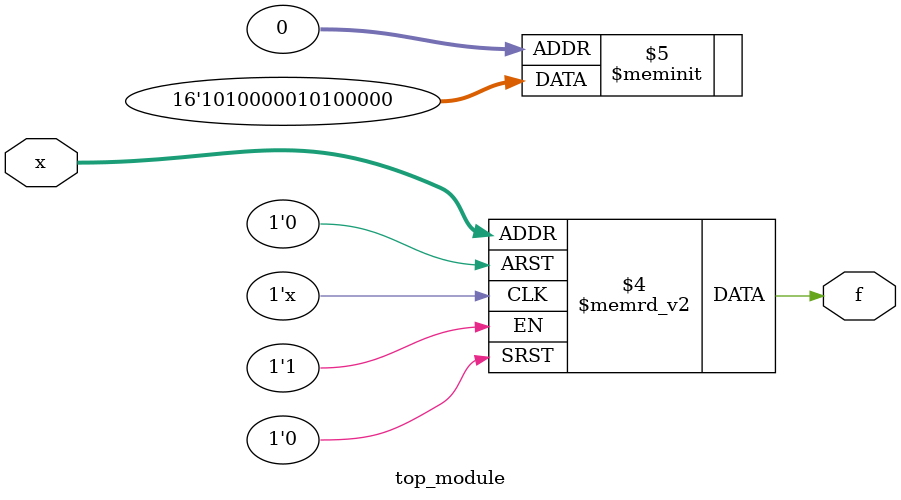
<source format=sv>
module top_module (
    input [4:1] x,
    output logic f
);

always_comb begin
    case (x)
        4'b0001, 4'b0011, 4'b1001, 4'b1011: f = 1'b0;
        4'b0101: f = 1'b1;
        4'b0111, 4'b1101, 4'b1111: f = 1'b1;
        default: f = 1'b0;
    endcase
end

endmodule

</source>
